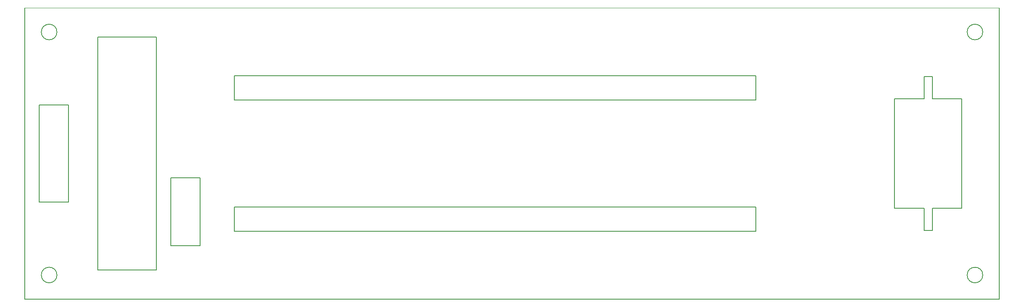
<source format=gbr>
G04 This is an RS-274x file exported by *
G04 gerbv version 2.10.0~037b94 *
G04 More information is available about gerbv at *
G04 https://gerbv.github.io/ *
G04 --End of header info--*
%MOIN*%
%FSLAX36Y36*%
%IPPOS*%
G04 --Define apertures--*
%ADD10C,0.0059*%
%ADD11C,0.0039*%
G04 --Start main section--*
G54D10*
G01X7267717Y0736220D02*
G01X7027559Y0736220D01*
G01X5905512Y0748031D02*
G01X5905512Y0551181D01*
G01X0590551Y0236220D02*
G01X0590551Y2125984D01*
G01X5905512Y1614173D02*
G01X1692913Y1614173D01*
G01X5905512Y0551181D02*
G01X1692913Y0551181D01*
G01X7027559Y1625984D02*
G01X7267717Y1625984D01*
G01X7267717Y1803150D02*
G01X7334646Y1803150D01*
G01X7334646Y1625984D02*
G01X7570866Y1625984D01*
G01X1062992Y2125984D02*
G01X1062992Y0236220D01*
G01X7027559Y0736220D02*
G01X7027559Y1625984D01*
G01X7334646Y0736220D02*
G01X7334646Y0559055D01*
G01X7570866Y0736220D02*
G01X7334646Y0736220D01*
G01X7740157Y0196850D02*
G75*
G03X7740157Y0196850I-062992J0000000D01*
G01X1692913Y1811024D02*
G01X5905512Y1811024D01*
G01X7874016Y2362205D02*
G01X7874016Y0000000D01*
G01X7267717Y0559055D02*
G01X7267717Y0736220D01*
G01X1181102Y0433071D02*
G01X1181102Y0984252D01*
G01X5905512Y1811024D02*
G01X5905512Y1614173D01*
G01X0118110Y0787402D02*
G01X0118110Y1574803D01*
G01X1181102Y0984252D02*
G01X1417323Y0984252D01*
G01X1692913Y0551181D02*
G01X1692913Y0748031D01*
G01X0259843Y2165354D02*
G75*
G03X0259843Y2165354I-062992J0000000D01*
G01X0354331Y1574803D02*
G01X0354331Y0787402D01*
G01X0000000Y0000000D02*
G01X0000000Y2362205D01*
G01X7874016Y0000000D02*
G01X0000000Y0000000D01*
G01X0118110Y1574803D02*
G01X0354331Y1574803D01*
G01X7740157Y2165354D02*
G75*
G03X7740157Y2165354I-062992J0000000D01*
G01X7570866Y1625984D02*
G01X7570866Y0736220D01*
G01X1062992Y0236220D02*
G01X0590551Y0236220D01*
G54D11*
G01X0000000Y2362205D02*
G01X7874016Y2362205D01*
G54D10*
G01X7334646Y0559055D02*
G01X7267717Y0559055D01*
G01X0590551Y2125984D02*
G01X1062992Y2125984D01*
G01X1417323Y0433071D02*
G01X1181102Y0433071D01*
G01X0354331Y0787402D02*
G01X0118110Y0787402D01*
G01X1692913Y1614173D02*
G01X1692913Y1811024D01*
G01X1692913Y0748031D02*
G01X5905512Y0748031D01*
G01X7334646Y1803150D02*
G01X7334646Y1625984D01*
G01X7267717Y1625984D02*
G01X7267717Y1803150D01*
G01X1417323Y0984252D02*
G01X1417323Y0433071D01*
G01X0259843Y0196850D02*
G75*
G03X0259843Y0196850I-062992J0000000D01*
M02*

</source>
